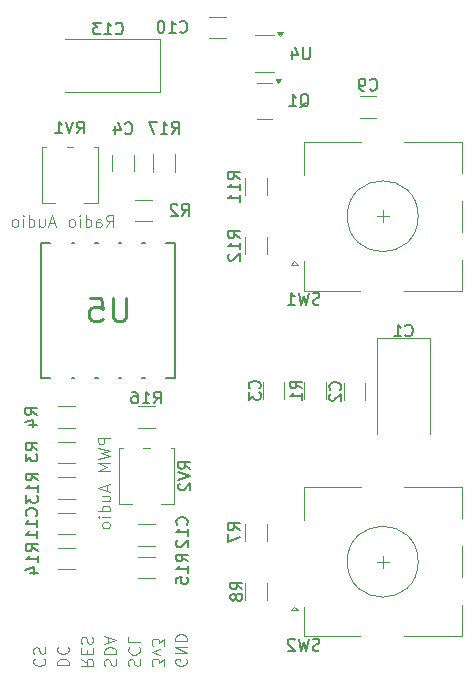
<source format=gbr>
%TF.GenerationSoftware,KiCad,Pcbnew,9.0.2*%
%TF.CreationDate,2025-06-25T13:02:05-07:00*%
%TF.ProjectId,Main,4d61696e-2e6b-4696-9361-645f70636258,rev?*%
%TF.SameCoordinates,Original*%
%TF.FileFunction,Legend,Bot*%
%TF.FilePolarity,Positive*%
%FSLAX46Y46*%
G04 Gerber Fmt 4.6, Leading zero omitted, Abs format (unit mm)*
G04 Created by KiCad (PCBNEW 9.0.2) date 2025-06-25 13:02:05*
%MOMM*%
%LPD*%
G01*
G04 APERTURE LIST*
%ADD10C,0.100000*%
%ADD11C,0.150000*%
%ADD12C,0.250000*%
%ADD13C,0.120000*%
G04 APERTURE END LIST*
D10*
X132349687Y-86397419D02*
X132683020Y-85921228D01*
X132921115Y-86397419D02*
X132921115Y-85397419D01*
X132921115Y-85397419D02*
X132540163Y-85397419D01*
X132540163Y-85397419D02*
X132444925Y-85445038D01*
X132444925Y-85445038D02*
X132397306Y-85492657D01*
X132397306Y-85492657D02*
X132349687Y-85587895D01*
X132349687Y-85587895D02*
X132349687Y-85730752D01*
X132349687Y-85730752D02*
X132397306Y-85825990D01*
X132397306Y-85825990D02*
X132444925Y-85873609D01*
X132444925Y-85873609D02*
X132540163Y-85921228D01*
X132540163Y-85921228D02*
X132921115Y-85921228D01*
X131492544Y-86397419D02*
X131492544Y-85873609D01*
X131492544Y-85873609D02*
X131540163Y-85778371D01*
X131540163Y-85778371D02*
X131635401Y-85730752D01*
X131635401Y-85730752D02*
X131825877Y-85730752D01*
X131825877Y-85730752D02*
X131921115Y-85778371D01*
X131492544Y-86349800D02*
X131587782Y-86397419D01*
X131587782Y-86397419D02*
X131825877Y-86397419D01*
X131825877Y-86397419D02*
X131921115Y-86349800D01*
X131921115Y-86349800D02*
X131968734Y-86254561D01*
X131968734Y-86254561D02*
X131968734Y-86159323D01*
X131968734Y-86159323D02*
X131921115Y-86064085D01*
X131921115Y-86064085D02*
X131825877Y-86016466D01*
X131825877Y-86016466D02*
X131587782Y-86016466D01*
X131587782Y-86016466D02*
X131492544Y-85968847D01*
X130587782Y-86397419D02*
X130587782Y-85397419D01*
X130587782Y-86349800D02*
X130683020Y-86397419D01*
X130683020Y-86397419D02*
X130873496Y-86397419D01*
X130873496Y-86397419D02*
X130968734Y-86349800D01*
X130968734Y-86349800D02*
X131016353Y-86302180D01*
X131016353Y-86302180D02*
X131063972Y-86206942D01*
X131063972Y-86206942D02*
X131063972Y-85921228D01*
X131063972Y-85921228D02*
X131016353Y-85825990D01*
X131016353Y-85825990D02*
X130968734Y-85778371D01*
X130968734Y-85778371D02*
X130873496Y-85730752D01*
X130873496Y-85730752D02*
X130683020Y-85730752D01*
X130683020Y-85730752D02*
X130587782Y-85778371D01*
X130111591Y-86397419D02*
X130111591Y-85730752D01*
X130111591Y-85397419D02*
X130159210Y-85445038D01*
X130159210Y-85445038D02*
X130111591Y-85492657D01*
X130111591Y-85492657D02*
X130063972Y-85445038D01*
X130063972Y-85445038D02*
X130111591Y-85397419D01*
X130111591Y-85397419D02*
X130111591Y-85492657D01*
X129492544Y-86397419D02*
X129587782Y-86349800D01*
X129587782Y-86349800D02*
X129635401Y-86302180D01*
X129635401Y-86302180D02*
X129683020Y-86206942D01*
X129683020Y-86206942D02*
X129683020Y-85921228D01*
X129683020Y-85921228D02*
X129635401Y-85825990D01*
X129635401Y-85825990D02*
X129587782Y-85778371D01*
X129587782Y-85778371D02*
X129492544Y-85730752D01*
X129492544Y-85730752D02*
X129349687Y-85730752D01*
X129349687Y-85730752D02*
X129254449Y-85778371D01*
X129254449Y-85778371D02*
X129206830Y-85825990D01*
X129206830Y-85825990D02*
X129159211Y-85921228D01*
X129159211Y-85921228D02*
X129159211Y-86206942D01*
X129159211Y-86206942D02*
X129206830Y-86302180D01*
X129206830Y-86302180D02*
X129254449Y-86349800D01*
X129254449Y-86349800D02*
X129349687Y-86397419D01*
X129349687Y-86397419D02*
X129492544Y-86397419D01*
X128016353Y-86111704D02*
X127540163Y-86111704D01*
X128111591Y-86397419D02*
X127778258Y-85397419D01*
X127778258Y-85397419D02*
X127444925Y-86397419D01*
X126683020Y-85730752D02*
X126683020Y-86397419D01*
X127111591Y-85730752D02*
X127111591Y-86254561D01*
X127111591Y-86254561D02*
X127063972Y-86349800D01*
X127063972Y-86349800D02*
X126968734Y-86397419D01*
X126968734Y-86397419D02*
X126825877Y-86397419D01*
X126825877Y-86397419D02*
X126730639Y-86349800D01*
X126730639Y-86349800D02*
X126683020Y-86302180D01*
X125778258Y-86397419D02*
X125778258Y-85397419D01*
X125778258Y-86349800D02*
X125873496Y-86397419D01*
X125873496Y-86397419D02*
X126063972Y-86397419D01*
X126063972Y-86397419D02*
X126159210Y-86349800D01*
X126159210Y-86349800D02*
X126206829Y-86302180D01*
X126206829Y-86302180D02*
X126254448Y-86206942D01*
X126254448Y-86206942D02*
X126254448Y-85921228D01*
X126254448Y-85921228D02*
X126206829Y-85825990D01*
X126206829Y-85825990D02*
X126159210Y-85778371D01*
X126159210Y-85778371D02*
X126063972Y-85730752D01*
X126063972Y-85730752D02*
X125873496Y-85730752D01*
X125873496Y-85730752D02*
X125778258Y-85778371D01*
X125302067Y-86397419D02*
X125302067Y-85730752D01*
X125302067Y-85397419D02*
X125349686Y-85445038D01*
X125349686Y-85445038D02*
X125302067Y-85492657D01*
X125302067Y-85492657D02*
X125254448Y-85445038D01*
X125254448Y-85445038D02*
X125302067Y-85397419D01*
X125302067Y-85397419D02*
X125302067Y-85492657D01*
X124683020Y-86397419D02*
X124778258Y-86349800D01*
X124778258Y-86349800D02*
X124825877Y-86302180D01*
X124825877Y-86302180D02*
X124873496Y-86206942D01*
X124873496Y-86206942D02*
X124873496Y-85921228D01*
X124873496Y-85921228D02*
X124825877Y-85825990D01*
X124825877Y-85825990D02*
X124778258Y-85778371D01*
X124778258Y-85778371D02*
X124683020Y-85730752D01*
X124683020Y-85730752D02*
X124540163Y-85730752D01*
X124540163Y-85730752D02*
X124444925Y-85778371D01*
X124444925Y-85778371D02*
X124397306Y-85825990D01*
X124397306Y-85825990D02*
X124349687Y-85921228D01*
X124349687Y-85921228D02*
X124349687Y-86206942D01*
X124349687Y-86206942D02*
X124397306Y-86302180D01*
X124397306Y-86302180D02*
X124444925Y-86349800D01*
X124444925Y-86349800D02*
X124540163Y-86397419D01*
X124540163Y-86397419D02*
X124683020Y-86397419D01*
X132647419Y-104253884D02*
X131647419Y-104253884D01*
X131647419Y-104253884D02*
X131647419Y-104634836D01*
X131647419Y-104634836D02*
X131695038Y-104730074D01*
X131695038Y-104730074D02*
X131742657Y-104777693D01*
X131742657Y-104777693D02*
X131837895Y-104825312D01*
X131837895Y-104825312D02*
X131980752Y-104825312D01*
X131980752Y-104825312D02*
X132075990Y-104777693D01*
X132075990Y-104777693D02*
X132123609Y-104730074D01*
X132123609Y-104730074D02*
X132171228Y-104634836D01*
X132171228Y-104634836D02*
X132171228Y-104253884D01*
X131647419Y-105158646D02*
X132647419Y-105396741D01*
X132647419Y-105396741D02*
X131933133Y-105587217D01*
X131933133Y-105587217D02*
X132647419Y-105777693D01*
X132647419Y-105777693D02*
X131647419Y-106015789D01*
X132647419Y-106396741D02*
X131647419Y-106396741D01*
X131647419Y-106396741D02*
X132361704Y-106730074D01*
X132361704Y-106730074D02*
X131647419Y-107063407D01*
X131647419Y-107063407D02*
X132647419Y-107063407D01*
X132361704Y-108253884D02*
X132361704Y-108730074D01*
X132647419Y-108158646D02*
X131647419Y-108491979D01*
X131647419Y-108491979D02*
X132647419Y-108825312D01*
X131980752Y-109587217D02*
X132647419Y-109587217D01*
X131980752Y-109158646D02*
X132504561Y-109158646D01*
X132504561Y-109158646D02*
X132599800Y-109206265D01*
X132599800Y-109206265D02*
X132647419Y-109301503D01*
X132647419Y-109301503D02*
X132647419Y-109444360D01*
X132647419Y-109444360D02*
X132599800Y-109539598D01*
X132599800Y-109539598D02*
X132552180Y-109587217D01*
X132647419Y-110491979D02*
X131647419Y-110491979D01*
X132599800Y-110491979D02*
X132647419Y-110396741D01*
X132647419Y-110396741D02*
X132647419Y-110206265D01*
X132647419Y-110206265D02*
X132599800Y-110111027D01*
X132599800Y-110111027D02*
X132552180Y-110063408D01*
X132552180Y-110063408D02*
X132456942Y-110015789D01*
X132456942Y-110015789D02*
X132171228Y-110015789D01*
X132171228Y-110015789D02*
X132075990Y-110063408D01*
X132075990Y-110063408D02*
X132028371Y-110111027D01*
X132028371Y-110111027D02*
X131980752Y-110206265D01*
X131980752Y-110206265D02*
X131980752Y-110396741D01*
X131980752Y-110396741D02*
X132028371Y-110491979D01*
X132647419Y-110968170D02*
X131980752Y-110968170D01*
X131647419Y-110968170D02*
X131695038Y-110920551D01*
X131695038Y-110920551D02*
X131742657Y-110968170D01*
X131742657Y-110968170D02*
X131695038Y-111015789D01*
X131695038Y-111015789D02*
X131647419Y-110968170D01*
X131647419Y-110968170D02*
X131742657Y-110968170D01*
X132647419Y-111587217D02*
X132599800Y-111491979D01*
X132599800Y-111491979D02*
X132552180Y-111444360D01*
X132552180Y-111444360D02*
X132456942Y-111396741D01*
X132456942Y-111396741D02*
X132171228Y-111396741D01*
X132171228Y-111396741D02*
X132075990Y-111444360D01*
X132075990Y-111444360D02*
X132028371Y-111491979D01*
X132028371Y-111491979D02*
X131980752Y-111587217D01*
X131980752Y-111587217D02*
X131980752Y-111730074D01*
X131980752Y-111730074D02*
X132028371Y-111825312D01*
X132028371Y-111825312D02*
X132075990Y-111872931D01*
X132075990Y-111872931D02*
X132171228Y-111920550D01*
X132171228Y-111920550D02*
X132456942Y-111920550D01*
X132456942Y-111920550D02*
X132552180Y-111872931D01*
X132552180Y-111872931D02*
X132599800Y-111825312D01*
X132599800Y-111825312D02*
X132647419Y-111730074D01*
X132647419Y-111730074D02*
X132647419Y-111587217D01*
X126272819Y-122949687D02*
X126225200Y-122997306D01*
X126225200Y-122997306D02*
X126177580Y-123140163D01*
X126177580Y-123140163D02*
X126177580Y-123235401D01*
X126177580Y-123235401D02*
X126225200Y-123378258D01*
X126225200Y-123378258D02*
X126320438Y-123473496D01*
X126320438Y-123473496D02*
X126415676Y-123521115D01*
X126415676Y-123521115D02*
X126606152Y-123568734D01*
X126606152Y-123568734D02*
X126749009Y-123568734D01*
X126749009Y-123568734D02*
X126939485Y-123521115D01*
X126939485Y-123521115D02*
X127034723Y-123473496D01*
X127034723Y-123473496D02*
X127129961Y-123378258D01*
X127129961Y-123378258D02*
X127177580Y-123235401D01*
X127177580Y-123235401D02*
X127177580Y-123140163D01*
X127177580Y-123140163D02*
X127129961Y-122997306D01*
X127129961Y-122997306D02*
X127082342Y-122949687D01*
X126225200Y-122568734D02*
X126177580Y-122425877D01*
X126177580Y-122425877D02*
X126177580Y-122187782D01*
X126177580Y-122187782D02*
X126225200Y-122092544D01*
X126225200Y-122092544D02*
X126272819Y-122044925D01*
X126272819Y-122044925D02*
X126368057Y-121997306D01*
X126368057Y-121997306D02*
X126463295Y-121997306D01*
X126463295Y-121997306D02*
X126558533Y-122044925D01*
X126558533Y-122044925D02*
X126606152Y-122092544D01*
X126606152Y-122092544D02*
X126653771Y-122187782D01*
X126653771Y-122187782D02*
X126701390Y-122378258D01*
X126701390Y-122378258D02*
X126749009Y-122473496D01*
X126749009Y-122473496D02*
X126796628Y-122521115D01*
X126796628Y-122521115D02*
X126891866Y-122568734D01*
X126891866Y-122568734D02*
X126987104Y-122568734D01*
X126987104Y-122568734D02*
X127082342Y-122521115D01*
X127082342Y-122521115D02*
X127129961Y-122473496D01*
X127129961Y-122473496D02*
X127177580Y-122378258D01*
X127177580Y-122378258D02*
X127177580Y-122140163D01*
X127177580Y-122140163D02*
X127129961Y-121997306D01*
X128177580Y-123521115D02*
X129177580Y-123521115D01*
X129177580Y-123521115D02*
X129177580Y-123283020D01*
X129177580Y-123283020D02*
X129129961Y-123140163D01*
X129129961Y-123140163D02*
X129034723Y-123044925D01*
X129034723Y-123044925D02*
X128939485Y-122997306D01*
X128939485Y-122997306D02*
X128749009Y-122949687D01*
X128749009Y-122949687D02*
X128606152Y-122949687D01*
X128606152Y-122949687D02*
X128415676Y-122997306D01*
X128415676Y-122997306D02*
X128320438Y-123044925D01*
X128320438Y-123044925D02*
X128225200Y-123140163D01*
X128225200Y-123140163D02*
X128177580Y-123283020D01*
X128177580Y-123283020D02*
X128177580Y-123521115D01*
X128272819Y-121949687D02*
X128225200Y-121997306D01*
X128225200Y-121997306D02*
X128177580Y-122140163D01*
X128177580Y-122140163D02*
X128177580Y-122235401D01*
X128177580Y-122235401D02*
X128225200Y-122378258D01*
X128225200Y-122378258D02*
X128320438Y-122473496D01*
X128320438Y-122473496D02*
X128415676Y-122521115D01*
X128415676Y-122521115D02*
X128606152Y-122568734D01*
X128606152Y-122568734D02*
X128749009Y-122568734D01*
X128749009Y-122568734D02*
X128939485Y-122521115D01*
X128939485Y-122521115D02*
X129034723Y-122473496D01*
X129034723Y-122473496D02*
X129129961Y-122378258D01*
X129129961Y-122378258D02*
X129177580Y-122235401D01*
X129177580Y-122235401D02*
X129177580Y-122140163D01*
X129177580Y-122140163D02*
X129129961Y-121997306D01*
X129129961Y-121997306D02*
X129082342Y-121949687D01*
X130202580Y-122974687D02*
X130678771Y-123308020D01*
X130202580Y-123546115D02*
X131202580Y-123546115D01*
X131202580Y-123546115D02*
X131202580Y-123165163D01*
X131202580Y-123165163D02*
X131154961Y-123069925D01*
X131154961Y-123069925D02*
X131107342Y-123022306D01*
X131107342Y-123022306D02*
X131012104Y-122974687D01*
X131012104Y-122974687D02*
X130869247Y-122974687D01*
X130869247Y-122974687D02*
X130774009Y-123022306D01*
X130774009Y-123022306D02*
X130726390Y-123069925D01*
X130726390Y-123069925D02*
X130678771Y-123165163D01*
X130678771Y-123165163D02*
X130678771Y-123546115D01*
X130726390Y-122546115D02*
X130726390Y-122212782D01*
X130202580Y-122069925D02*
X130202580Y-122546115D01*
X130202580Y-122546115D02*
X131202580Y-122546115D01*
X131202580Y-122546115D02*
X131202580Y-122069925D01*
X130250200Y-121688972D02*
X130202580Y-121546115D01*
X130202580Y-121546115D02*
X130202580Y-121308020D01*
X130202580Y-121308020D02*
X130250200Y-121212782D01*
X130250200Y-121212782D02*
X130297819Y-121165163D01*
X130297819Y-121165163D02*
X130393057Y-121117544D01*
X130393057Y-121117544D02*
X130488295Y-121117544D01*
X130488295Y-121117544D02*
X130583533Y-121165163D01*
X130583533Y-121165163D02*
X130631152Y-121212782D01*
X130631152Y-121212782D02*
X130678771Y-121308020D01*
X130678771Y-121308020D02*
X130726390Y-121498496D01*
X130726390Y-121498496D02*
X130774009Y-121593734D01*
X130774009Y-121593734D02*
X130821628Y-121641353D01*
X130821628Y-121641353D02*
X130916866Y-121688972D01*
X130916866Y-121688972D02*
X131012104Y-121688972D01*
X131012104Y-121688972D02*
X131107342Y-121641353D01*
X131107342Y-121641353D02*
X131154961Y-121593734D01*
X131154961Y-121593734D02*
X131202580Y-121498496D01*
X131202580Y-121498496D02*
X131202580Y-121260401D01*
X131202580Y-121260401D02*
X131154961Y-121117544D01*
X132225200Y-123568734D02*
X132177580Y-123425877D01*
X132177580Y-123425877D02*
X132177580Y-123187782D01*
X132177580Y-123187782D02*
X132225200Y-123092544D01*
X132225200Y-123092544D02*
X132272819Y-123044925D01*
X132272819Y-123044925D02*
X132368057Y-122997306D01*
X132368057Y-122997306D02*
X132463295Y-122997306D01*
X132463295Y-122997306D02*
X132558533Y-123044925D01*
X132558533Y-123044925D02*
X132606152Y-123092544D01*
X132606152Y-123092544D02*
X132653771Y-123187782D01*
X132653771Y-123187782D02*
X132701390Y-123378258D01*
X132701390Y-123378258D02*
X132749009Y-123473496D01*
X132749009Y-123473496D02*
X132796628Y-123521115D01*
X132796628Y-123521115D02*
X132891866Y-123568734D01*
X132891866Y-123568734D02*
X132987104Y-123568734D01*
X132987104Y-123568734D02*
X133082342Y-123521115D01*
X133082342Y-123521115D02*
X133129961Y-123473496D01*
X133129961Y-123473496D02*
X133177580Y-123378258D01*
X133177580Y-123378258D02*
X133177580Y-123140163D01*
X133177580Y-123140163D02*
X133129961Y-122997306D01*
X132177580Y-122568734D02*
X133177580Y-122568734D01*
X133177580Y-122568734D02*
X133177580Y-122330639D01*
X133177580Y-122330639D02*
X133129961Y-122187782D01*
X133129961Y-122187782D02*
X133034723Y-122092544D01*
X133034723Y-122092544D02*
X132939485Y-122044925D01*
X132939485Y-122044925D02*
X132749009Y-121997306D01*
X132749009Y-121997306D02*
X132606152Y-121997306D01*
X132606152Y-121997306D02*
X132415676Y-122044925D01*
X132415676Y-122044925D02*
X132320438Y-122092544D01*
X132320438Y-122092544D02*
X132225200Y-122187782D01*
X132225200Y-122187782D02*
X132177580Y-122330639D01*
X132177580Y-122330639D02*
X132177580Y-122568734D01*
X132463295Y-121616353D02*
X132463295Y-121140163D01*
X132177580Y-121711591D02*
X133177580Y-121378258D01*
X133177580Y-121378258D02*
X132177580Y-121044925D01*
X134250200Y-123568734D02*
X134202580Y-123425877D01*
X134202580Y-123425877D02*
X134202580Y-123187782D01*
X134202580Y-123187782D02*
X134250200Y-123092544D01*
X134250200Y-123092544D02*
X134297819Y-123044925D01*
X134297819Y-123044925D02*
X134393057Y-122997306D01*
X134393057Y-122997306D02*
X134488295Y-122997306D01*
X134488295Y-122997306D02*
X134583533Y-123044925D01*
X134583533Y-123044925D02*
X134631152Y-123092544D01*
X134631152Y-123092544D02*
X134678771Y-123187782D01*
X134678771Y-123187782D02*
X134726390Y-123378258D01*
X134726390Y-123378258D02*
X134774009Y-123473496D01*
X134774009Y-123473496D02*
X134821628Y-123521115D01*
X134821628Y-123521115D02*
X134916866Y-123568734D01*
X134916866Y-123568734D02*
X135012104Y-123568734D01*
X135012104Y-123568734D02*
X135107342Y-123521115D01*
X135107342Y-123521115D02*
X135154961Y-123473496D01*
X135154961Y-123473496D02*
X135202580Y-123378258D01*
X135202580Y-123378258D02*
X135202580Y-123140163D01*
X135202580Y-123140163D02*
X135154961Y-122997306D01*
X134297819Y-121997306D02*
X134250200Y-122044925D01*
X134250200Y-122044925D02*
X134202580Y-122187782D01*
X134202580Y-122187782D02*
X134202580Y-122283020D01*
X134202580Y-122283020D02*
X134250200Y-122425877D01*
X134250200Y-122425877D02*
X134345438Y-122521115D01*
X134345438Y-122521115D02*
X134440676Y-122568734D01*
X134440676Y-122568734D02*
X134631152Y-122616353D01*
X134631152Y-122616353D02*
X134774009Y-122616353D01*
X134774009Y-122616353D02*
X134964485Y-122568734D01*
X134964485Y-122568734D02*
X135059723Y-122521115D01*
X135059723Y-122521115D02*
X135154961Y-122425877D01*
X135154961Y-122425877D02*
X135202580Y-122283020D01*
X135202580Y-122283020D02*
X135202580Y-122187782D01*
X135202580Y-122187782D02*
X135154961Y-122044925D01*
X135154961Y-122044925D02*
X135107342Y-121997306D01*
X134202580Y-121092544D02*
X134202580Y-121568734D01*
X134202580Y-121568734D02*
X135202580Y-121568734D01*
X137202580Y-123591353D02*
X137202580Y-122972306D01*
X137202580Y-122972306D02*
X136821628Y-123305639D01*
X136821628Y-123305639D02*
X136821628Y-123162782D01*
X136821628Y-123162782D02*
X136774009Y-123067544D01*
X136774009Y-123067544D02*
X136726390Y-123019925D01*
X136726390Y-123019925D02*
X136631152Y-122972306D01*
X136631152Y-122972306D02*
X136393057Y-122972306D01*
X136393057Y-122972306D02*
X136297819Y-123019925D01*
X136297819Y-123019925D02*
X136250200Y-123067544D01*
X136250200Y-123067544D02*
X136202580Y-123162782D01*
X136202580Y-123162782D02*
X136202580Y-123448496D01*
X136202580Y-123448496D02*
X136250200Y-123543734D01*
X136250200Y-123543734D02*
X136297819Y-123591353D01*
X136869247Y-122638972D02*
X136202580Y-122400877D01*
X136202580Y-122400877D02*
X136869247Y-122162782D01*
X137202580Y-121877067D02*
X137202580Y-121258020D01*
X137202580Y-121258020D02*
X136821628Y-121591353D01*
X136821628Y-121591353D02*
X136821628Y-121448496D01*
X136821628Y-121448496D02*
X136774009Y-121353258D01*
X136774009Y-121353258D02*
X136726390Y-121305639D01*
X136726390Y-121305639D02*
X136631152Y-121258020D01*
X136631152Y-121258020D02*
X136393057Y-121258020D01*
X136393057Y-121258020D02*
X136297819Y-121305639D01*
X136297819Y-121305639D02*
X136250200Y-121353258D01*
X136250200Y-121353258D02*
X136202580Y-121448496D01*
X136202580Y-121448496D02*
X136202580Y-121734210D01*
X136202580Y-121734210D02*
X136250200Y-121829448D01*
X136250200Y-121829448D02*
X136297819Y-121877067D01*
X139129961Y-122997306D02*
X139177580Y-123092544D01*
X139177580Y-123092544D02*
X139177580Y-123235401D01*
X139177580Y-123235401D02*
X139129961Y-123378258D01*
X139129961Y-123378258D02*
X139034723Y-123473496D01*
X139034723Y-123473496D02*
X138939485Y-123521115D01*
X138939485Y-123521115D02*
X138749009Y-123568734D01*
X138749009Y-123568734D02*
X138606152Y-123568734D01*
X138606152Y-123568734D02*
X138415676Y-123521115D01*
X138415676Y-123521115D02*
X138320438Y-123473496D01*
X138320438Y-123473496D02*
X138225200Y-123378258D01*
X138225200Y-123378258D02*
X138177580Y-123235401D01*
X138177580Y-123235401D02*
X138177580Y-123140163D01*
X138177580Y-123140163D02*
X138225200Y-122997306D01*
X138225200Y-122997306D02*
X138272819Y-122949687D01*
X138272819Y-122949687D02*
X138606152Y-122949687D01*
X138606152Y-122949687D02*
X138606152Y-123140163D01*
X138177580Y-122521115D02*
X139177580Y-122521115D01*
X139177580Y-122521115D02*
X138177580Y-121949687D01*
X138177580Y-121949687D02*
X139177580Y-121949687D01*
X138177580Y-121473496D02*
X139177580Y-121473496D01*
X139177580Y-121473496D02*
X139177580Y-121235401D01*
X139177580Y-121235401D02*
X139129961Y-121092544D01*
X139129961Y-121092544D02*
X139034723Y-120997306D01*
X139034723Y-120997306D02*
X138939485Y-120949687D01*
X138939485Y-120949687D02*
X138749009Y-120902068D01*
X138749009Y-120902068D02*
X138606152Y-120902068D01*
X138606152Y-120902068D02*
X138415676Y-120949687D01*
X138415676Y-120949687D02*
X138320438Y-120997306D01*
X138320438Y-120997306D02*
X138225200Y-121092544D01*
X138225200Y-121092544D02*
X138177580Y-121235401D01*
X138177580Y-121235401D02*
X138177580Y-121473496D01*
D11*
X126479819Y-102333333D02*
X126003628Y-102000000D01*
X126479819Y-101761905D02*
X125479819Y-101761905D01*
X125479819Y-101761905D02*
X125479819Y-102142857D01*
X125479819Y-102142857D02*
X125527438Y-102238095D01*
X125527438Y-102238095D02*
X125575057Y-102285714D01*
X125575057Y-102285714D02*
X125670295Y-102333333D01*
X125670295Y-102333333D02*
X125813152Y-102333333D01*
X125813152Y-102333333D02*
X125908390Y-102285714D01*
X125908390Y-102285714D02*
X125956009Y-102238095D01*
X125956009Y-102238095D02*
X126003628Y-102142857D01*
X126003628Y-102142857D02*
X126003628Y-101761905D01*
X125813152Y-103190476D02*
X126479819Y-103190476D01*
X125432200Y-102952381D02*
X126146485Y-102714286D01*
X126146485Y-102714286D02*
X126146485Y-103333333D01*
D12*
X134023809Y-92412238D02*
X134023809Y-94031285D01*
X134023809Y-94031285D02*
X133928571Y-94221761D01*
X133928571Y-94221761D02*
X133833333Y-94317000D01*
X133833333Y-94317000D02*
X133642857Y-94412238D01*
X133642857Y-94412238D02*
X133261904Y-94412238D01*
X133261904Y-94412238D02*
X133071428Y-94317000D01*
X133071428Y-94317000D02*
X132976190Y-94221761D01*
X132976190Y-94221761D02*
X132880952Y-94031285D01*
X132880952Y-94031285D02*
X132880952Y-92412238D01*
X130976190Y-92412238D02*
X131928571Y-92412238D01*
X131928571Y-92412238D02*
X132023809Y-93364619D01*
X132023809Y-93364619D02*
X131928571Y-93269380D01*
X131928571Y-93269380D02*
X131738095Y-93174142D01*
X131738095Y-93174142D02*
X131261904Y-93174142D01*
X131261904Y-93174142D02*
X131071428Y-93269380D01*
X131071428Y-93269380D02*
X130976190Y-93364619D01*
X130976190Y-93364619D02*
X130880952Y-93555095D01*
X130880952Y-93555095D02*
X130880952Y-94031285D01*
X130880952Y-94031285D02*
X130976190Y-94221761D01*
X130976190Y-94221761D02*
X131071428Y-94317000D01*
X131071428Y-94317000D02*
X131261904Y-94412238D01*
X131261904Y-94412238D02*
X131738095Y-94412238D01*
X131738095Y-94412238D02*
X131928571Y-94317000D01*
X131928571Y-94317000D02*
X132023809Y-94221761D01*
D11*
X143624819Y-82357142D02*
X143148628Y-82023809D01*
X143624819Y-81785714D02*
X142624819Y-81785714D01*
X142624819Y-81785714D02*
X142624819Y-82166666D01*
X142624819Y-82166666D02*
X142672438Y-82261904D01*
X142672438Y-82261904D02*
X142720057Y-82309523D01*
X142720057Y-82309523D02*
X142815295Y-82357142D01*
X142815295Y-82357142D02*
X142958152Y-82357142D01*
X142958152Y-82357142D02*
X143053390Y-82309523D01*
X143053390Y-82309523D02*
X143101009Y-82261904D01*
X143101009Y-82261904D02*
X143148628Y-82166666D01*
X143148628Y-82166666D02*
X143148628Y-81785714D01*
X143624819Y-83309523D02*
X143624819Y-82738095D01*
X143624819Y-83023809D02*
X142624819Y-83023809D01*
X142624819Y-83023809D02*
X142767676Y-82928571D01*
X142767676Y-82928571D02*
X142862914Y-82833333D01*
X142862914Y-82833333D02*
X142910533Y-82738095D01*
X143624819Y-84261904D02*
X143624819Y-83690476D01*
X143624819Y-83976190D02*
X142624819Y-83976190D01*
X142624819Y-83976190D02*
X142767676Y-83880952D01*
X142767676Y-83880952D02*
X142862914Y-83785714D01*
X142862914Y-83785714D02*
X142910533Y-83690476D01*
X126504819Y-105308333D02*
X126028628Y-104975000D01*
X126504819Y-104736905D02*
X125504819Y-104736905D01*
X125504819Y-104736905D02*
X125504819Y-105117857D01*
X125504819Y-105117857D02*
X125552438Y-105213095D01*
X125552438Y-105213095D02*
X125600057Y-105260714D01*
X125600057Y-105260714D02*
X125695295Y-105308333D01*
X125695295Y-105308333D02*
X125838152Y-105308333D01*
X125838152Y-105308333D02*
X125933390Y-105260714D01*
X125933390Y-105260714D02*
X125981009Y-105213095D01*
X125981009Y-105213095D02*
X126028628Y-105117857D01*
X126028628Y-105117857D02*
X126028628Y-104736905D01*
X125504819Y-105641667D02*
X125504819Y-106260714D01*
X125504819Y-106260714D02*
X125885771Y-105927381D01*
X125885771Y-105927381D02*
X125885771Y-106070238D01*
X125885771Y-106070238D02*
X125933390Y-106165476D01*
X125933390Y-106165476D02*
X125981009Y-106213095D01*
X125981009Y-106213095D02*
X126076247Y-106260714D01*
X126076247Y-106260714D02*
X126314342Y-106260714D01*
X126314342Y-106260714D02*
X126409580Y-106213095D01*
X126409580Y-106213095D02*
X126457200Y-106165476D01*
X126457200Y-106165476D02*
X126504819Y-106070238D01*
X126504819Y-106070238D02*
X126504819Y-105784524D01*
X126504819Y-105784524D02*
X126457200Y-105689286D01*
X126457200Y-105689286D02*
X126409580Y-105641667D01*
X150383332Y-122232200D02*
X150240475Y-122279819D01*
X150240475Y-122279819D02*
X150002380Y-122279819D01*
X150002380Y-122279819D02*
X149907142Y-122232200D01*
X149907142Y-122232200D02*
X149859523Y-122184580D01*
X149859523Y-122184580D02*
X149811904Y-122089342D01*
X149811904Y-122089342D02*
X149811904Y-121994104D01*
X149811904Y-121994104D02*
X149859523Y-121898866D01*
X149859523Y-121898866D02*
X149907142Y-121851247D01*
X149907142Y-121851247D02*
X150002380Y-121803628D01*
X150002380Y-121803628D02*
X150192856Y-121756009D01*
X150192856Y-121756009D02*
X150288094Y-121708390D01*
X150288094Y-121708390D02*
X150335713Y-121660771D01*
X150335713Y-121660771D02*
X150383332Y-121565533D01*
X150383332Y-121565533D02*
X150383332Y-121470295D01*
X150383332Y-121470295D02*
X150335713Y-121375057D01*
X150335713Y-121375057D02*
X150288094Y-121327438D01*
X150288094Y-121327438D02*
X150192856Y-121279819D01*
X150192856Y-121279819D02*
X149954761Y-121279819D01*
X149954761Y-121279819D02*
X149811904Y-121327438D01*
X149478570Y-121279819D02*
X149240475Y-122279819D01*
X149240475Y-122279819D02*
X149049999Y-121565533D01*
X149049999Y-121565533D02*
X148859523Y-122279819D01*
X148859523Y-122279819D02*
X148621428Y-121279819D01*
X148288094Y-121375057D02*
X148240475Y-121327438D01*
X148240475Y-121327438D02*
X148145237Y-121279819D01*
X148145237Y-121279819D02*
X147907142Y-121279819D01*
X147907142Y-121279819D02*
X147811904Y-121327438D01*
X147811904Y-121327438D02*
X147764285Y-121375057D01*
X147764285Y-121375057D02*
X147716666Y-121470295D01*
X147716666Y-121470295D02*
X147716666Y-121565533D01*
X147716666Y-121565533D02*
X147764285Y-121708390D01*
X147764285Y-121708390D02*
X148335713Y-122279819D01*
X148335713Y-122279819D02*
X147716666Y-122279819D01*
X138592857Y-69859580D02*
X138640476Y-69907200D01*
X138640476Y-69907200D02*
X138783333Y-69954819D01*
X138783333Y-69954819D02*
X138878571Y-69954819D01*
X138878571Y-69954819D02*
X139021428Y-69907200D01*
X139021428Y-69907200D02*
X139116666Y-69811961D01*
X139116666Y-69811961D02*
X139164285Y-69716723D01*
X139164285Y-69716723D02*
X139211904Y-69526247D01*
X139211904Y-69526247D02*
X139211904Y-69383390D01*
X139211904Y-69383390D02*
X139164285Y-69192914D01*
X139164285Y-69192914D02*
X139116666Y-69097676D01*
X139116666Y-69097676D02*
X139021428Y-69002438D01*
X139021428Y-69002438D02*
X138878571Y-68954819D01*
X138878571Y-68954819D02*
X138783333Y-68954819D01*
X138783333Y-68954819D02*
X138640476Y-69002438D01*
X138640476Y-69002438D02*
X138592857Y-69050057D01*
X137640476Y-69954819D02*
X138211904Y-69954819D01*
X137926190Y-69954819D02*
X137926190Y-68954819D01*
X137926190Y-68954819D02*
X138021428Y-69097676D01*
X138021428Y-69097676D02*
X138116666Y-69192914D01*
X138116666Y-69192914D02*
X138211904Y-69240533D01*
X137021428Y-68954819D02*
X136926190Y-68954819D01*
X136926190Y-68954819D02*
X136830952Y-69002438D01*
X136830952Y-69002438D02*
X136783333Y-69050057D01*
X136783333Y-69050057D02*
X136735714Y-69145295D01*
X136735714Y-69145295D02*
X136688095Y-69335771D01*
X136688095Y-69335771D02*
X136688095Y-69573866D01*
X136688095Y-69573866D02*
X136735714Y-69764342D01*
X136735714Y-69764342D02*
X136783333Y-69859580D01*
X136783333Y-69859580D02*
X136830952Y-69907200D01*
X136830952Y-69907200D02*
X136926190Y-69954819D01*
X136926190Y-69954819D02*
X137021428Y-69954819D01*
X137021428Y-69954819D02*
X137116666Y-69907200D01*
X137116666Y-69907200D02*
X137164285Y-69859580D01*
X137164285Y-69859580D02*
X137211904Y-69764342D01*
X137211904Y-69764342D02*
X137259523Y-69573866D01*
X137259523Y-69573866D02*
X137259523Y-69335771D01*
X137259523Y-69335771D02*
X137211904Y-69145295D01*
X137211904Y-69145295D02*
X137164285Y-69050057D01*
X137164285Y-69050057D02*
X137116666Y-69002438D01*
X137116666Y-69002438D02*
X137021428Y-68954819D01*
X148745238Y-76275057D02*
X148840476Y-76227438D01*
X148840476Y-76227438D02*
X148935714Y-76132200D01*
X148935714Y-76132200D02*
X149078571Y-75989342D01*
X149078571Y-75989342D02*
X149173809Y-75941723D01*
X149173809Y-75941723D02*
X149269047Y-75941723D01*
X149221428Y-76179819D02*
X149316666Y-76132200D01*
X149316666Y-76132200D02*
X149411904Y-76036961D01*
X149411904Y-76036961D02*
X149459523Y-75846485D01*
X149459523Y-75846485D02*
X149459523Y-75513152D01*
X149459523Y-75513152D02*
X149411904Y-75322676D01*
X149411904Y-75322676D02*
X149316666Y-75227438D01*
X149316666Y-75227438D02*
X149221428Y-75179819D01*
X149221428Y-75179819D02*
X149030952Y-75179819D01*
X149030952Y-75179819D02*
X148935714Y-75227438D01*
X148935714Y-75227438D02*
X148840476Y-75322676D01*
X148840476Y-75322676D02*
X148792857Y-75513152D01*
X148792857Y-75513152D02*
X148792857Y-75846485D01*
X148792857Y-75846485D02*
X148840476Y-76036961D01*
X148840476Y-76036961D02*
X148935714Y-76132200D01*
X148935714Y-76132200D02*
X149030952Y-76179819D01*
X149030952Y-76179819D02*
X149221428Y-76179819D01*
X147840476Y-76179819D02*
X148411904Y-76179819D01*
X148126190Y-76179819D02*
X148126190Y-75179819D01*
X148126190Y-75179819D02*
X148221428Y-75322676D01*
X148221428Y-75322676D02*
X148316666Y-75417914D01*
X148316666Y-75417914D02*
X148411904Y-75465533D01*
X143654819Y-87357142D02*
X143178628Y-87023809D01*
X143654819Y-86785714D02*
X142654819Y-86785714D01*
X142654819Y-86785714D02*
X142654819Y-87166666D01*
X142654819Y-87166666D02*
X142702438Y-87261904D01*
X142702438Y-87261904D02*
X142750057Y-87309523D01*
X142750057Y-87309523D02*
X142845295Y-87357142D01*
X142845295Y-87357142D02*
X142988152Y-87357142D01*
X142988152Y-87357142D02*
X143083390Y-87309523D01*
X143083390Y-87309523D02*
X143131009Y-87261904D01*
X143131009Y-87261904D02*
X143178628Y-87166666D01*
X143178628Y-87166666D02*
X143178628Y-86785714D01*
X143654819Y-88309523D02*
X143654819Y-87738095D01*
X143654819Y-88023809D02*
X142654819Y-88023809D01*
X142654819Y-88023809D02*
X142797676Y-87928571D01*
X142797676Y-87928571D02*
X142892914Y-87833333D01*
X142892914Y-87833333D02*
X142940533Y-87738095D01*
X142750057Y-88690476D02*
X142702438Y-88738095D01*
X142702438Y-88738095D02*
X142654819Y-88833333D01*
X142654819Y-88833333D02*
X142654819Y-89071428D01*
X142654819Y-89071428D02*
X142702438Y-89166666D01*
X142702438Y-89166666D02*
X142750057Y-89214285D01*
X142750057Y-89214285D02*
X142845295Y-89261904D01*
X142845295Y-89261904D02*
X142940533Y-89261904D01*
X142940533Y-89261904D02*
X143083390Y-89214285D01*
X143083390Y-89214285D02*
X143654819Y-88642857D01*
X143654819Y-88642857D02*
X143654819Y-89261904D01*
X139254819Y-114732142D02*
X138778628Y-114398809D01*
X139254819Y-114160714D02*
X138254819Y-114160714D01*
X138254819Y-114160714D02*
X138254819Y-114541666D01*
X138254819Y-114541666D02*
X138302438Y-114636904D01*
X138302438Y-114636904D02*
X138350057Y-114684523D01*
X138350057Y-114684523D02*
X138445295Y-114732142D01*
X138445295Y-114732142D02*
X138588152Y-114732142D01*
X138588152Y-114732142D02*
X138683390Y-114684523D01*
X138683390Y-114684523D02*
X138731009Y-114636904D01*
X138731009Y-114636904D02*
X138778628Y-114541666D01*
X138778628Y-114541666D02*
X138778628Y-114160714D01*
X139254819Y-115684523D02*
X139254819Y-115113095D01*
X139254819Y-115398809D02*
X138254819Y-115398809D01*
X138254819Y-115398809D02*
X138397676Y-115303571D01*
X138397676Y-115303571D02*
X138492914Y-115208333D01*
X138492914Y-115208333D02*
X138540533Y-115113095D01*
X138254819Y-116589285D02*
X138254819Y-116113095D01*
X138254819Y-116113095D02*
X138731009Y-116065476D01*
X138731009Y-116065476D02*
X138683390Y-116113095D01*
X138683390Y-116113095D02*
X138635771Y-116208333D01*
X138635771Y-116208333D02*
X138635771Y-116446428D01*
X138635771Y-116446428D02*
X138683390Y-116541666D01*
X138683390Y-116541666D02*
X138731009Y-116589285D01*
X138731009Y-116589285D02*
X138826247Y-116636904D01*
X138826247Y-116636904D02*
X139064342Y-116636904D01*
X139064342Y-116636904D02*
X139159580Y-116589285D01*
X139159580Y-116589285D02*
X139207200Y-116541666D01*
X139207200Y-116541666D02*
X139254819Y-116446428D01*
X139254819Y-116446428D02*
X139254819Y-116208333D01*
X139254819Y-116208333D02*
X139207200Y-116113095D01*
X139207200Y-116113095D02*
X139159580Y-116065476D01*
X143624819Y-112083333D02*
X143148628Y-111750000D01*
X143624819Y-111511905D02*
X142624819Y-111511905D01*
X142624819Y-111511905D02*
X142624819Y-111892857D01*
X142624819Y-111892857D02*
X142672438Y-111988095D01*
X142672438Y-111988095D02*
X142720057Y-112035714D01*
X142720057Y-112035714D02*
X142815295Y-112083333D01*
X142815295Y-112083333D02*
X142958152Y-112083333D01*
X142958152Y-112083333D02*
X143053390Y-112035714D01*
X143053390Y-112035714D02*
X143101009Y-111988095D01*
X143101009Y-111988095D02*
X143148628Y-111892857D01*
X143148628Y-111892857D02*
X143148628Y-111511905D01*
X142624819Y-112416667D02*
X142624819Y-113083333D01*
X142624819Y-113083333D02*
X143624819Y-112654762D01*
X157666666Y-95584580D02*
X157714285Y-95632200D01*
X157714285Y-95632200D02*
X157857142Y-95679819D01*
X157857142Y-95679819D02*
X157952380Y-95679819D01*
X157952380Y-95679819D02*
X158095237Y-95632200D01*
X158095237Y-95632200D02*
X158190475Y-95536961D01*
X158190475Y-95536961D02*
X158238094Y-95441723D01*
X158238094Y-95441723D02*
X158285713Y-95251247D01*
X158285713Y-95251247D02*
X158285713Y-95108390D01*
X158285713Y-95108390D02*
X158238094Y-94917914D01*
X158238094Y-94917914D02*
X158190475Y-94822676D01*
X158190475Y-94822676D02*
X158095237Y-94727438D01*
X158095237Y-94727438D02*
X157952380Y-94679819D01*
X157952380Y-94679819D02*
X157857142Y-94679819D01*
X157857142Y-94679819D02*
X157714285Y-94727438D01*
X157714285Y-94727438D02*
X157666666Y-94775057D01*
X156714285Y-95679819D02*
X157285713Y-95679819D01*
X156999999Y-95679819D02*
X156999999Y-94679819D01*
X156999999Y-94679819D02*
X157095237Y-94822676D01*
X157095237Y-94822676D02*
X157190475Y-94917914D01*
X157190475Y-94917914D02*
X157285713Y-94965533D01*
X139454819Y-106904761D02*
X138978628Y-106571428D01*
X139454819Y-106333333D02*
X138454819Y-106333333D01*
X138454819Y-106333333D02*
X138454819Y-106714285D01*
X138454819Y-106714285D02*
X138502438Y-106809523D01*
X138502438Y-106809523D02*
X138550057Y-106857142D01*
X138550057Y-106857142D02*
X138645295Y-106904761D01*
X138645295Y-106904761D02*
X138788152Y-106904761D01*
X138788152Y-106904761D02*
X138883390Y-106857142D01*
X138883390Y-106857142D02*
X138931009Y-106809523D01*
X138931009Y-106809523D02*
X138978628Y-106714285D01*
X138978628Y-106714285D02*
X138978628Y-106333333D01*
X138454819Y-107190476D02*
X139454819Y-107523809D01*
X139454819Y-107523809D02*
X138454819Y-107857142D01*
X138550057Y-108142857D02*
X138502438Y-108190476D01*
X138502438Y-108190476D02*
X138454819Y-108285714D01*
X138454819Y-108285714D02*
X138454819Y-108523809D01*
X138454819Y-108523809D02*
X138502438Y-108619047D01*
X138502438Y-108619047D02*
X138550057Y-108666666D01*
X138550057Y-108666666D02*
X138645295Y-108714285D01*
X138645295Y-108714285D02*
X138740533Y-108714285D01*
X138740533Y-108714285D02*
X138883390Y-108666666D01*
X138883390Y-108666666D02*
X139454819Y-108095238D01*
X139454819Y-108095238D02*
X139454819Y-108714285D01*
X150383332Y-92932200D02*
X150240475Y-92979819D01*
X150240475Y-92979819D02*
X150002380Y-92979819D01*
X150002380Y-92979819D02*
X149907142Y-92932200D01*
X149907142Y-92932200D02*
X149859523Y-92884580D01*
X149859523Y-92884580D02*
X149811904Y-92789342D01*
X149811904Y-92789342D02*
X149811904Y-92694104D01*
X149811904Y-92694104D02*
X149859523Y-92598866D01*
X149859523Y-92598866D02*
X149907142Y-92551247D01*
X149907142Y-92551247D02*
X150002380Y-92503628D01*
X150002380Y-92503628D02*
X150192856Y-92456009D01*
X150192856Y-92456009D02*
X150288094Y-92408390D01*
X150288094Y-92408390D02*
X150335713Y-92360771D01*
X150335713Y-92360771D02*
X150383332Y-92265533D01*
X150383332Y-92265533D02*
X150383332Y-92170295D01*
X150383332Y-92170295D02*
X150335713Y-92075057D01*
X150335713Y-92075057D02*
X150288094Y-92027438D01*
X150288094Y-92027438D02*
X150192856Y-91979819D01*
X150192856Y-91979819D02*
X149954761Y-91979819D01*
X149954761Y-91979819D02*
X149811904Y-92027438D01*
X149478570Y-91979819D02*
X149240475Y-92979819D01*
X149240475Y-92979819D02*
X149049999Y-92265533D01*
X149049999Y-92265533D02*
X148859523Y-92979819D01*
X148859523Y-92979819D02*
X148621428Y-91979819D01*
X147716666Y-92979819D02*
X148288094Y-92979819D01*
X148002380Y-92979819D02*
X148002380Y-91979819D01*
X148002380Y-91979819D02*
X148097618Y-92122676D01*
X148097618Y-92122676D02*
X148192856Y-92217914D01*
X148192856Y-92217914D02*
X148288094Y-92265533D01*
X136367857Y-101354819D02*
X136701190Y-100878628D01*
X136939285Y-101354819D02*
X136939285Y-100354819D01*
X136939285Y-100354819D02*
X136558333Y-100354819D01*
X136558333Y-100354819D02*
X136463095Y-100402438D01*
X136463095Y-100402438D02*
X136415476Y-100450057D01*
X136415476Y-100450057D02*
X136367857Y-100545295D01*
X136367857Y-100545295D02*
X136367857Y-100688152D01*
X136367857Y-100688152D02*
X136415476Y-100783390D01*
X136415476Y-100783390D02*
X136463095Y-100831009D01*
X136463095Y-100831009D02*
X136558333Y-100878628D01*
X136558333Y-100878628D02*
X136939285Y-100878628D01*
X135415476Y-101354819D02*
X135986904Y-101354819D01*
X135701190Y-101354819D02*
X135701190Y-100354819D01*
X135701190Y-100354819D02*
X135796428Y-100497676D01*
X135796428Y-100497676D02*
X135891666Y-100592914D01*
X135891666Y-100592914D02*
X135986904Y-100640533D01*
X134558333Y-100354819D02*
X134748809Y-100354819D01*
X134748809Y-100354819D02*
X134844047Y-100402438D01*
X134844047Y-100402438D02*
X134891666Y-100450057D01*
X134891666Y-100450057D02*
X134986904Y-100592914D01*
X134986904Y-100592914D02*
X135034523Y-100783390D01*
X135034523Y-100783390D02*
X135034523Y-101164342D01*
X135034523Y-101164342D02*
X134986904Y-101259580D01*
X134986904Y-101259580D02*
X134939285Y-101307200D01*
X134939285Y-101307200D02*
X134844047Y-101354819D01*
X134844047Y-101354819D02*
X134653571Y-101354819D01*
X134653571Y-101354819D02*
X134558333Y-101307200D01*
X134558333Y-101307200D02*
X134510714Y-101259580D01*
X134510714Y-101259580D02*
X134463095Y-101164342D01*
X134463095Y-101164342D02*
X134463095Y-100926247D01*
X134463095Y-100926247D02*
X134510714Y-100831009D01*
X134510714Y-100831009D02*
X134558333Y-100783390D01*
X134558333Y-100783390D02*
X134653571Y-100735771D01*
X134653571Y-100735771D02*
X134844047Y-100735771D01*
X134844047Y-100735771D02*
X134939285Y-100783390D01*
X134939285Y-100783390D02*
X134986904Y-100831009D01*
X134986904Y-100831009D02*
X135034523Y-100926247D01*
X137892857Y-78504819D02*
X138226190Y-78028628D01*
X138464285Y-78504819D02*
X138464285Y-77504819D01*
X138464285Y-77504819D02*
X138083333Y-77504819D01*
X138083333Y-77504819D02*
X137988095Y-77552438D01*
X137988095Y-77552438D02*
X137940476Y-77600057D01*
X137940476Y-77600057D02*
X137892857Y-77695295D01*
X137892857Y-77695295D02*
X137892857Y-77838152D01*
X137892857Y-77838152D02*
X137940476Y-77933390D01*
X137940476Y-77933390D02*
X137988095Y-77981009D01*
X137988095Y-77981009D02*
X138083333Y-78028628D01*
X138083333Y-78028628D02*
X138464285Y-78028628D01*
X136940476Y-78504819D02*
X137511904Y-78504819D01*
X137226190Y-78504819D02*
X137226190Y-77504819D01*
X137226190Y-77504819D02*
X137321428Y-77647676D01*
X137321428Y-77647676D02*
X137416666Y-77742914D01*
X137416666Y-77742914D02*
X137511904Y-77790533D01*
X136607142Y-77504819D02*
X135940476Y-77504819D01*
X135940476Y-77504819D02*
X136369047Y-78504819D01*
X145309580Y-100083333D02*
X145357200Y-100035714D01*
X145357200Y-100035714D02*
X145404819Y-99892857D01*
X145404819Y-99892857D02*
X145404819Y-99797619D01*
X145404819Y-99797619D02*
X145357200Y-99654762D01*
X145357200Y-99654762D02*
X145261961Y-99559524D01*
X145261961Y-99559524D02*
X145166723Y-99511905D01*
X145166723Y-99511905D02*
X144976247Y-99464286D01*
X144976247Y-99464286D02*
X144833390Y-99464286D01*
X144833390Y-99464286D02*
X144642914Y-99511905D01*
X144642914Y-99511905D02*
X144547676Y-99559524D01*
X144547676Y-99559524D02*
X144452438Y-99654762D01*
X144452438Y-99654762D02*
X144404819Y-99797619D01*
X144404819Y-99797619D02*
X144404819Y-99892857D01*
X144404819Y-99892857D02*
X144452438Y-100035714D01*
X144452438Y-100035714D02*
X144500057Y-100083333D01*
X144404819Y-100416667D02*
X144404819Y-101035714D01*
X144404819Y-101035714D02*
X144785771Y-100702381D01*
X144785771Y-100702381D02*
X144785771Y-100845238D01*
X144785771Y-100845238D02*
X144833390Y-100940476D01*
X144833390Y-100940476D02*
X144881009Y-100988095D01*
X144881009Y-100988095D02*
X144976247Y-101035714D01*
X144976247Y-101035714D02*
X145214342Y-101035714D01*
X145214342Y-101035714D02*
X145309580Y-100988095D01*
X145309580Y-100988095D02*
X145357200Y-100940476D01*
X145357200Y-100940476D02*
X145404819Y-100845238D01*
X145404819Y-100845238D02*
X145404819Y-100559524D01*
X145404819Y-100559524D02*
X145357200Y-100464286D01*
X145357200Y-100464286D02*
X145309580Y-100416667D01*
X149561904Y-71204819D02*
X149561904Y-72014342D01*
X149561904Y-72014342D02*
X149514285Y-72109580D01*
X149514285Y-72109580D02*
X149466666Y-72157200D01*
X149466666Y-72157200D02*
X149371428Y-72204819D01*
X149371428Y-72204819D02*
X149180952Y-72204819D01*
X149180952Y-72204819D02*
X149085714Y-72157200D01*
X149085714Y-72157200D02*
X149038095Y-72109580D01*
X149038095Y-72109580D02*
X148990476Y-72014342D01*
X148990476Y-72014342D02*
X148990476Y-71204819D01*
X148085714Y-71538152D02*
X148085714Y-72204819D01*
X148323809Y-71157200D02*
X148561904Y-71871485D01*
X148561904Y-71871485D02*
X147942857Y-71871485D01*
X133142857Y-70009580D02*
X133190476Y-70057200D01*
X133190476Y-70057200D02*
X133333333Y-70104819D01*
X133333333Y-70104819D02*
X133428571Y-70104819D01*
X133428571Y-70104819D02*
X133571428Y-70057200D01*
X133571428Y-70057200D02*
X133666666Y-69961961D01*
X133666666Y-69961961D02*
X133714285Y-69866723D01*
X133714285Y-69866723D02*
X133761904Y-69676247D01*
X133761904Y-69676247D02*
X133761904Y-69533390D01*
X133761904Y-69533390D02*
X133714285Y-69342914D01*
X133714285Y-69342914D02*
X133666666Y-69247676D01*
X133666666Y-69247676D02*
X133571428Y-69152438D01*
X133571428Y-69152438D02*
X133428571Y-69104819D01*
X133428571Y-69104819D02*
X133333333Y-69104819D01*
X133333333Y-69104819D02*
X133190476Y-69152438D01*
X133190476Y-69152438D02*
X133142857Y-69200057D01*
X132190476Y-70104819D02*
X132761904Y-70104819D01*
X132476190Y-70104819D02*
X132476190Y-69104819D01*
X132476190Y-69104819D02*
X132571428Y-69247676D01*
X132571428Y-69247676D02*
X132666666Y-69342914D01*
X132666666Y-69342914D02*
X132761904Y-69390533D01*
X131857142Y-69104819D02*
X131238095Y-69104819D01*
X131238095Y-69104819D02*
X131571428Y-69485771D01*
X131571428Y-69485771D02*
X131428571Y-69485771D01*
X131428571Y-69485771D02*
X131333333Y-69533390D01*
X131333333Y-69533390D02*
X131285714Y-69581009D01*
X131285714Y-69581009D02*
X131238095Y-69676247D01*
X131238095Y-69676247D02*
X131238095Y-69914342D01*
X131238095Y-69914342D02*
X131285714Y-70009580D01*
X131285714Y-70009580D02*
X131333333Y-70057200D01*
X131333333Y-70057200D02*
X131428571Y-70104819D01*
X131428571Y-70104819D02*
X131714285Y-70104819D01*
X131714285Y-70104819D02*
X131809523Y-70057200D01*
X131809523Y-70057200D02*
X131857142Y-70009580D01*
X133941666Y-78459580D02*
X133989285Y-78507200D01*
X133989285Y-78507200D02*
X134132142Y-78554819D01*
X134132142Y-78554819D02*
X134227380Y-78554819D01*
X134227380Y-78554819D02*
X134370237Y-78507200D01*
X134370237Y-78507200D02*
X134465475Y-78411961D01*
X134465475Y-78411961D02*
X134513094Y-78316723D01*
X134513094Y-78316723D02*
X134560713Y-78126247D01*
X134560713Y-78126247D02*
X134560713Y-77983390D01*
X134560713Y-77983390D02*
X134513094Y-77792914D01*
X134513094Y-77792914D02*
X134465475Y-77697676D01*
X134465475Y-77697676D02*
X134370237Y-77602438D01*
X134370237Y-77602438D02*
X134227380Y-77554819D01*
X134227380Y-77554819D02*
X134132142Y-77554819D01*
X134132142Y-77554819D02*
X133989285Y-77602438D01*
X133989285Y-77602438D02*
X133941666Y-77650057D01*
X133084523Y-77888152D02*
X133084523Y-78554819D01*
X133322618Y-77507200D02*
X133560713Y-78221485D01*
X133560713Y-78221485D02*
X132941666Y-78221485D01*
X154666666Y-74759580D02*
X154714285Y-74807200D01*
X154714285Y-74807200D02*
X154857142Y-74854819D01*
X154857142Y-74854819D02*
X154952380Y-74854819D01*
X154952380Y-74854819D02*
X155095237Y-74807200D01*
X155095237Y-74807200D02*
X155190475Y-74711961D01*
X155190475Y-74711961D02*
X155238094Y-74616723D01*
X155238094Y-74616723D02*
X155285713Y-74426247D01*
X155285713Y-74426247D02*
X155285713Y-74283390D01*
X155285713Y-74283390D02*
X155238094Y-74092914D01*
X155238094Y-74092914D02*
X155190475Y-73997676D01*
X155190475Y-73997676D02*
X155095237Y-73902438D01*
X155095237Y-73902438D02*
X154952380Y-73854819D01*
X154952380Y-73854819D02*
X154857142Y-73854819D01*
X154857142Y-73854819D02*
X154714285Y-73902438D01*
X154714285Y-73902438D02*
X154666666Y-73950057D01*
X154190475Y-74854819D02*
X153999999Y-74854819D01*
X153999999Y-74854819D02*
X153904761Y-74807200D01*
X153904761Y-74807200D02*
X153857142Y-74759580D01*
X153857142Y-74759580D02*
X153761904Y-74616723D01*
X153761904Y-74616723D02*
X153714285Y-74426247D01*
X153714285Y-74426247D02*
X153714285Y-74045295D01*
X153714285Y-74045295D02*
X153761904Y-73950057D01*
X153761904Y-73950057D02*
X153809523Y-73902438D01*
X153809523Y-73902438D02*
X153904761Y-73854819D01*
X153904761Y-73854819D02*
X154095237Y-73854819D01*
X154095237Y-73854819D02*
X154190475Y-73902438D01*
X154190475Y-73902438D02*
X154238094Y-73950057D01*
X154238094Y-73950057D02*
X154285713Y-74045295D01*
X154285713Y-74045295D02*
X154285713Y-74283390D01*
X154285713Y-74283390D02*
X154238094Y-74378628D01*
X154238094Y-74378628D02*
X154190475Y-74426247D01*
X154190475Y-74426247D02*
X154095237Y-74473866D01*
X154095237Y-74473866D02*
X153904761Y-74473866D01*
X153904761Y-74473866D02*
X153809523Y-74426247D01*
X153809523Y-74426247D02*
X153761904Y-74378628D01*
X153761904Y-74378628D02*
X153714285Y-74283390D01*
X138741666Y-85454819D02*
X139074999Y-84978628D01*
X139313094Y-85454819D02*
X139313094Y-84454819D01*
X139313094Y-84454819D02*
X138932142Y-84454819D01*
X138932142Y-84454819D02*
X138836904Y-84502438D01*
X138836904Y-84502438D02*
X138789285Y-84550057D01*
X138789285Y-84550057D02*
X138741666Y-84645295D01*
X138741666Y-84645295D02*
X138741666Y-84788152D01*
X138741666Y-84788152D02*
X138789285Y-84883390D01*
X138789285Y-84883390D02*
X138836904Y-84931009D01*
X138836904Y-84931009D02*
X138932142Y-84978628D01*
X138932142Y-84978628D02*
X139313094Y-84978628D01*
X138360713Y-84550057D02*
X138313094Y-84502438D01*
X138313094Y-84502438D02*
X138217856Y-84454819D01*
X138217856Y-84454819D02*
X137979761Y-84454819D01*
X137979761Y-84454819D02*
X137884523Y-84502438D01*
X137884523Y-84502438D02*
X137836904Y-84550057D01*
X137836904Y-84550057D02*
X137789285Y-84645295D01*
X137789285Y-84645295D02*
X137789285Y-84740533D01*
X137789285Y-84740533D02*
X137836904Y-84883390D01*
X137836904Y-84883390D02*
X138408332Y-85454819D01*
X138408332Y-85454819D02*
X137789285Y-85454819D01*
X126529819Y-107857142D02*
X126053628Y-107523809D01*
X126529819Y-107285714D02*
X125529819Y-107285714D01*
X125529819Y-107285714D02*
X125529819Y-107666666D01*
X125529819Y-107666666D02*
X125577438Y-107761904D01*
X125577438Y-107761904D02*
X125625057Y-107809523D01*
X125625057Y-107809523D02*
X125720295Y-107857142D01*
X125720295Y-107857142D02*
X125863152Y-107857142D01*
X125863152Y-107857142D02*
X125958390Y-107809523D01*
X125958390Y-107809523D02*
X126006009Y-107761904D01*
X126006009Y-107761904D02*
X126053628Y-107666666D01*
X126053628Y-107666666D02*
X126053628Y-107285714D01*
X126529819Y-108809523D02*
X126529819Y-108238095D01*
X126529819Y-108523809D02*
X125529819Y-108523809D01*
X125529819Y-108523809D02*
X125672676Y-108428571D01*
X125672676Y-108428571D02*
X125767914Y-108333333D01*
X125767914Y-108333333D02*
X125815533Y-108238095D01*
X125529819Y-109142857D02*
X125529819Y-109761904D01*
X125529819Y-109761904D02*
X125910771Y-109428571D01*
X125910771Y-109428571D02*
X125910771Y-109571428D01*
X125910771Y-109571428D02*
X125958390Y-109666666D01*
X125958390Y-109666666D02*
X126006009Y-109714285D01*
X126006009Y-109714285D02*
X126101247Y-109761904D01*
X126101247Y-109761904D02*
X126339342Y-109761904D01*
X126339342Y-109761904D02*
X126434580Y-109714285D01*
X126434580Y-109714285D02*
X126482200Y-109666666D01*
X126482200Y-109666666D02*
X126529819Y-109571428D01*
X126529819Y-109571428D02*
X126529819Y-109285714D01*
X126529819Y-109285714D02*
X126482200Y-109190476D01*
X126482200Y-109190476D02*
X126434580Y-109142857D01*
X148904819Y-100083333D02*
X148428628Y-99750000D01*
X148904819Y-99511905D02*
X147904819Y-99511905D01*
X147904819Y-99511905D02*
X147904819Y-99892857D01*
X147904819Y-99892857D02*
X147952438Y-99988095D01*
X147952438Y-99988095D02*
X148000057Y-100035714D01*
X148000057Y-100035714D02*
X148095295Y-100083333D01*
X148095295Y-100083333D02*
X148238152Y-100083333D01*
X148238152Y-100083333D02*
X148333390Y-100035714D01*
X148333390Y-100035714D02*
X148381009Y-99988095D01*
X148381009Y-99988095D02*
X148428628Y-99892857D01*
X148428628Y-99892857D02*
X148428628Y-99511905D01*
X148904819Y-101035714D02*
X148904819Y-100464286D01*
X148904819Y-100750000D02*
X147904819Y-100750000D01*
X147904819Y-100750000D02*
X148047676Y-100654762D01*
X148047676Y-100654762D02*
X148142914Y-100559524D01*
X148142914Y-100559524D02*
X148190533Y-100464286D01*
X143854819Y-117083333D02*
X143378628Y-116750000D01*
X143854819Y-116511905D02*
X142854819Y-116511905D01*
X142854819Y-116511905D02*
X142854819Y-116892857D01*
X142854819Y-116892857D02*
X142902438Y-116988095D01*
X142902438Y-116988095D02*
X142950057Y-117035714D01*
X142950057Y-117035714D02*
X143045295Y-117083333D01*
X143045295Y-117083333D02*
X143188152Y-117083333D01*
X143188152Y-117083333D02*
X143283390Y-117035714D01*
X143283390Y-117035714D02*
X143331009Y-116988095D01*
X143331009Y-116988095D02*
X143378628Y-116892857D01*
X143378628Y-116892857D02*
X143378628Y-116511905D01*
X143283390Y-117654762D02*
X143235771Y-117559524D01*
X143235771Y-117559524D02*
X143188152Y-117511905D01*
X143188152Y-117511905D02*
X143092914Y-117464286D01*
X143092914Y-117464286D02*
X143045295Y-117464286D01*
X143045295Y-117464286D02*
X142950057Y-117511905D01*
X142950057Y-117511905D02*
X142902438Y-117559524D01*
X142902438Y-117559524D02*
X142854819Y-117654762D01*
X142854819Y-117654762D02*
X142854819Y-117845238D01*
X142854819Y-117845238D02*
X142902438Y-117940476D01*
X142902438Y-117940476D02*
X142950057Y-117988095D01*
X142950057Y-117988095D02*
X143045295Y-118035714D01*
X143045295Y-118035714D02*
X143092914Y-118035714D01*
X143092914Y-118035714D02*
X143188152Y-117988095D01*
X143188152Y-117988095D02*
X143235771Y-117940476D01*
X143235771Y-117940476D02*
X143283390Y-117845238D01*
X143283390Y-117845238D02*
X143283390Y-117654762D01*
X143283390Y-117654762D02*
X143331009Y-117559524D01*
X143331009Y-117559524D02*
X143378628Y-117511905D01*
X143378628Y-117511905D02*
X143473866Y-117464286D01*
X143473866Y-117464286D02*
X143664342Y-117464286D01*
X143664342Y-117464286D02*
X143759580Y-117511905D01*
X143759580Y-117511905D02*
X143807200Y-117559524D01*
X143807200Y-117559524D02*
X143854819Y-117654762D01*
X143854819Y-117654762D02*
X143854819Y-117845238D01*
X143854819Y-117845238D02*
X143807200Y-117940476D01*
X143807200Y-117940476D02*
X143759580Y-117988095D01*
X143759580Y-117988095D02*
X143664342Y-118035714D01*
X143664342Y-118035714D02*
X143473866Y-118035714D01*
X143473866Y-118035714D02*
X143378628Y-117988095D01*
X143378628Y-117988095D02*
X143331009Y-117940476D01*
X143331009Y-117940476D02*
X143283390Y-117845238D01*
X126409580Y-110857142D02*
X126457200Y-110809523D01*
X126457200Y-110809523D02*
X126504819Y-110666666D01*
X126504819Y-110666666D02*
X126504819Y-110571428D01*
X126504819Y-110571428D02*
X126457200Y-110428571D01*
X126457200Y-110428571D02*
X126361961Y-110333333D01*
X126361961Y-110333333D02*
X126266723Y-110285714D01*
X126266723Y-110285714D02*
X126076247Y-110238095D01*
X126076247Y-110238095D02*
X125933390Y-110238095D01*
X125933390Y-110238095D02*
X125742914Y-110285714D01*
X125742914Y-110285714D02*
X125647676Y-110333333D01*
X125647676Y-110333333D02*
X125552438Y-110428571D01*
X125552438Y-110428571D02*
X125504819Y-110571428D01*
X125504819Y-110571428D02*
X125504819Y-110666666D01*
X125504819Y-110666666D02*
X125552438Y-110809523D01*
X125552438Y-110809523D02*
X125600057Y-110857142D01*
X126504819Y-111809523D02*
X126504819Y-111238095D01*
X126504819Y-111523809D02*
X125504819Y-111523809D01*
X125504819Y-111523809D02*
X125647676Y-111428571D01*
X125647676Y-111428571D02*
X125742914Y-111333333D01*
X125742914Y-111333333D02*
X125790533Y-111238095D01*
X126504819Y-112761904D02*
X126504819Y-112190476D01*
X126504819Y-112476190D02*
X125504819Y-112476190D01*
X125504819Y-112476190D02*
X125647676Y-112380952D01*
X125647676Y-112380952D02*
X125742914Y-112285714D01*
X125742914Y-112285714D02*
X125790533Y-112190476D01*
X126529819Y-113857142D02*
X126053628Y-113523809D01*
X126529819Y-113285714D02*
X125529819Y-113285714D01*
X125529819Y-113285714D02*
X125529819Y-113666666D01*
X125529819Y-113666666D02*
X125577438Y-113761904D01*
X125577438Y-113761904D02*
X125625057Y-113809523D01*
X125625057Y-113809523D02*
X125720295Y-113857142D01*
X125720295Y-113857142D02*
X125863152Y-113857142D01*
X125863152Y-113857142D02*
X125958390Y-113809523D01*
X125958390Y-113809523D02*
X126006009Y-113761904D01*
X126006009Y-113761904D02*
X126053628Y-113666666D01*
X126053628Y-113666666D02*
X126053628Y-113285714D01*
X126529819Y-114809523D02*
X126529819Y-114238095D01*
X126529819Y-114523809D02*
X125529819Y-114523809D01*
X125529819Y-114523809D02*
X125672676Y-114428571D01*
X125672676Y-114428571D02*
X125767914Y-114333333D01*
X125767914Y-114333333D02*
X125815533Y-114238095D01*
X125863152Y-115666666D02*
X126529819Y-115666666D01*
X125482200Y-115428571D02*
X126196485Y-115190476D01*
X126196485Y-115190476D02*
X126196485Y-115809523D01*
X152134580Y-100183333D02*
X152182200Y-100135714D01*
X152182200Y-100135714D02*
X152229819Y-99992857D01*
X152229819Y-99992857D02*
X152229819Y-99897619D01*
X152229819Y-99897619D02*
X152182200Y-99754762D01*
X152182200Y-99754762D02*
X152086961Y-99659524D01*
X152086961Y-99659524D02*
X151991723Y-99611905D01*
X151991723Y-99611905D02*
X151801247Y-99564286D01*
X151801247Y-99564286D02*
X151658390Y-99564286D01*
X151658390Y-99564286D02*
X151467914Y-99611905D01*
X151467914Y-99611905D02*
X151372676Y-99659524D01*
X151372676Y-99659524D02*
X151277438Y-99754762D01*
X151277438Y-99754762D02*
X151229819Y-99897619D01*
X151229819Y-99897619D02*
X151229819Y-99992857D01*
X151229819Y-99992857D02*
X151277438Y-100135714D01*
X151277438Y-100135714D02*
X151325057Y-100183333D01*
X151325057Y-100564286D02*
X151277438Y-100611905D01*
X151277438Y-100611905D02*
X151229819Y-100707143D01*
X151229819Y-100707143D02*
X151229819Y-100945238D01*
X151229819Y-100945238D02*
X151277438Y-101040476D01*
X151277438Y-101040476D02*
X151325057Y-101088095D01*
X151325057Y-101088095D02*
X151420295Y-101135714D01*
X151420295Y-101135714D02*
X151515533Y-101135714D01*
X151515533Y-101135714D02*
X151658390Y-101088095D01*
X151658390Y-101088095D02*
X152229819Y-100516667D01*
X152229819Y-100516667D02*
X152229819Y-101135714D01*
X139159580Y-111607142D02*
X139207200Y-111559523D01*
X139207200Y-111559523D02*
X139254819Y-111416666D01*
X139254819Y-111416666D02*
X139254819Y-111321428D01*
X139254819Y-111321428D02*
X139207200Y-111178571D01*
X139207200Y-111178571D02*
X139111961Y-111083333D01*
X139111961Y-111083333D02*
X139016723Y-111035714D01*
X139016723Y-111035714D02*
X138826247Y-110988095D01*
X138826247Y-110988095D02*
X138683390Y-110988095D01*
X138683390Y-110988095D02*
X138492914Y-111035714D01*
X138492914Y-111035714D02*
X138397676Y-111083333D01*
X138397676Y-111083333D02*
X138302438Y-111178571D01*
X138302438Y-111178571D02*
X138254819Y-111321428D01*
X138254819Y-111321428D02*
X138254819Y-111416666D01*
X138254819Y-111416666D02*
X138302438Y-111559523D01*
X138302438Y-111559523D02*
X138350057Y-111607142D01*
X139254819Y-112559523D02*
X139254819Y-111988095D01*
X139254819Y-112273809D02*
X138254819Y-112273809D01*
X138254819Y-112273809D02*
X138397676Y-112178571D01*
X138397676Y-112178571D02*
X138492914Y-112083333D01*
X138492914Y-112083333D02*
X138540533Y-111988095D01*
X138350057Y-112940476D02*
X138302438Y-112988095D01*
X138302438Y-112988095D02*
X138254819Y-113083333D01*
X138254819Y-113083333D02*
X138254819Y-113321428D01*
X138254819Y-113321428D02*
X138302438Y-113416666D01*
X138302438Y-113416666D02*
X138350057Y-113464285D01*
X138350057Y-113464285D02*
X138445295Y-113511904D01*
X138445295Y-113511904D02*
X138540533Y-113511904D01*
X138540533Y-113511904D02*
X138683390Y-113464285D01*
X138683390Y-113464285D02*
X139254819Y-112892857D01*
X139254819Y-112892857D02*
X139254819Y-113511904D01*
X129845238Y-78479819D02*
X130178571Y-78003628D01*
X130416666Y-78479819D02*
X130416666Y-77479819D01*
X130416666Y-77479819D02*
X130035714Y-77479819D01*
X130035714Y-77479819D02*
X129940476Y-77527438D01*
X129940476Y-77527438D02*
X129892857Y-77575057D01*
X129892857Y-77575057D02*
X129845238Y-77670295D01*
X129845238Y-77670295D02*
X129845238Y-77813152D01*
X129845238Y-77813152D02*
X129892857Y-77908390D01*
X129892857Y-77908390D02*
X129940476Y-77956009D01*
X129940476Y-77956009D02*
X130035714Y-78003628D01*
X130035714Y-78003628D02*
X130416666Y-78003628D01*
X129559523Y-77479819D02*
X129226190Y-78479819D01*
X129226190Y-78479819D02*
X128892857Y-77479819D01*
X128035714Y-78479819D02*
X128607142Y-78479819D01*
X128321428Y-78479819D02*
X128321428Y-77479819D01*
X128321428Y-77479819D02*
X128416666Y-77622676D01*
X128416666Y-77622676D02*
X128511904Y-77717914D01*
X128511904Y-77717914D02*
X128607142Y-77765533D01*
D13*
%TO.C,R4*%
X128272936Y-103410000D02*
X129727064Y-103410000D01*
X128272936Y-101590000D02*
X129727064Y-101590000D01*
D11*
%TO.C,U5*%
X126800000Y-99200000D02*
X126800000Y-87800000D01*
X127600000Y-87800000D02*
X126800000Y-87800000D01*
X127600000Y-99200000D02*
X126800000Y-99200000D01*
X129600000Y-87800000D02*
X129400000Y-87800000D01*
X129600000Y-99200000D02*
X129400000Y-99200000D01*
X131600000Y-87800000D02*
X131400000Y-87800000D01*
X131600000Y-99200000D02*
X131400000Y-99200000D01*
X133600000Y-87800000D02*
X133400000Y-87800000D01*
X133600000Y-99200000D02*
X133400000Y-99200000D01*
X135600000Y-87800000D02*
X135400000Y-87800000D01*
X135600000Y-99200000D02*
X135400000Y-99200000D01*
X138200000Y-87800000D02*
X137400000Y-87800000D01*
X138200000Y-99200000D02*
X137400000Y-99200000D01*
X138200000Y-99200000D02*
X138200000Y-87800000D01*
D13*
%TO.C,R11*%
X144090000Y-82272936D02*
X144090000Y-83727064D01*
X145910000Y-82272936D02*
X145910000Y-83727064D01*
%TO.C,R3*%
X129727064Y-104590000D02*
X128272936Y-104590000D01*
X129727064Y-106410000D02*
X128272936Y-106410000D01*
%TO.C,SW2*%
X147950000Y-118850000D02*
X148550000Y-118850000D01*
X148250000Y-118550000D02*
X147950000Y-118850000D01*
X148550000Y-118850000D02*
X148250000Y-118550000D01*
X149050000Y-108450000D02*
X149050000Y-111250000D01*
X149050000Y-121050000D02*
X149050000Y-118550000D01*
X153850000Y-121050000D02*
X149050000Y-121050000D01*
X153950000Y-108450000D02*
X149050000Y-108450000D01*
X155250000Y-114750000D02*
X156250000Y-114750000D01*
X155750000Y-115250000D02*
X155750000Y-114250000D01*
X157550000Y-121050000D02*
X162450000Y-121050000D01*
X162450000Y-108450000D02*
X157550000Y-108450000D01*
X162450000Y-111050000D02*
X162450000Y-108450000D01*
X162450000Y-116050000D02*
X162450000Y-113450000D01*
X162450000Y-121050000D02*
X162450000Y-118450000D01*
X158750000Y-114750000D02*
G75*
G02*
X152750000Y-114750000I-3000000J0D01*
G01*
X152750000Y-114750000D02*
G75*
G02*
X158750000Y-114750000I3000000J0D01*
G01*
%TO.C,C10*%
X142461252Y-68590000D02*
X141038748Y-68590000D01*
X142461252Y-70410000D02*
X141038748Y-70410000D01*
%TO.C,Q1*%
X145750000Y-74190000D02*
X145100000Y-74190000D01*
X145750000Y-74190000D02*
X146400000Y-74190000D01*
X145750000Y-77310000D02*
X145100000Y-77310000D01*
X145750000Y-77310000D02*
X146400000Y-77310000D01*
X146912500Y-74240000D02*
X146672500Y-73910000D01*
X147152500Y-73910000D01*
X146912500Y-74240000D01*
G36*
X146912500Y-74240000D02*
G01*
X146672500Y-73910000D01*
X147152500Y-73910000D01*
X146912500Y-74240000D01*
G37*
%TO.C,R12*%
X144090000Y-88727064D02*
X144090000Y-87272936D01*
X145910000Y-88727064D02*
X145910000Y-87272936D01*
%TO.C,R15*%
X135022936Y-114340000D02*
X136477064Y-114340000D01*
X135022936Y-116160000D02*
X136477064Y-116160000D01*
%TO.C,R7*%
X144090000Y-111522936D02*
X144090000Y-112977064D01*
X145910000Y-111522936D02*
X145910000Y-112977064D01*
%TO.C,C1*%
X155240000Y-95835000D02*
X159760000Y-95835000D01*
X155240000Y-103900000D02*
X155240000Y-95835000D01*
X159760000Y-95835000D02*
X159760000Y-103900000D01*
%TO.C,RV2*%
X133390000Y-105140000D02*
X133390000Y-109860000D01*
X133720000Y-105140000D02*
X133390000Y-105140000D01*
X134520000Y-109860000D02*
X133390000Y-109860000D01*
X136020000Y-105140000D02*
X135480000Y-105140000D01*
X138110000Y-105140000D02*
X137780000Y-105140000D01*
X138110000Y-105140000D02*
X138110000Y-109860000D01*
X138110000Y-109860000D02*
X136980000Y-109860000D01*
%TO.C,SW1*%
X147950000Y-89600000D02*
X148550000Y-89600000D01*
X148250000Y-89300000D02*
X147950000Y-89600000D01*
X148550000Y-89600000D02*
X148250000Y-89300000D01*
X149050000Y-79200000D02*
X149050000Y-82000000D01*
X149050000Y-91800000D02*
X149050000Y-89300000D01*
X153850000Y-91800000D02*
X149050000Y-91800000D01*
X153950000Y-79200000D02*
X149050000Y-79200000D01*
X155250000Y-85500000D02*
X156250000Y-85500000D01*
X155750000Y-86000000D02*
X155750000Y-85000000D01*
X157550000Y-91800000D02*
X162450000Y-91800000D01*
X162450000Y-79200000D02*
X157550000Y-79200000D01*
X162450000Y-81800000D02*
X162450000Y-79200000D01*
X162450000Y-86800000D02*
X162450000Y-84200000D01*
X162450000Y-91800000D02*
X162450000Y-89200000D01*
X158750000Y-85500000D02*
G75*
G02*
X152750000Y-85500000I-3000000J0D01*
G01*
X152750000Y-85500000D02*
G75*
G02*
X158750000Y-85500000I3000000J0D01*
G01*
%TO.C,R16*%
X135022936Y-101590000D02*
X136477064Y-101590000D01*
X135022936Y-103410000D02*
X136477064Y-103410000D01*
%TO.C,R17*%
X136340000Y-81727064D02*
X136340000Y-80272936D01*
X138160000Y-81727064D02*
X138160000Y-80272936D01*
%TO.C,C3*%
X145590000Y-99538748D02*
X145590000Y-100961252D01*
X147410000Y-99538748D02*
X147410000Y-100961252D01*
%TO.C,U4*%
X145750000Y-70190000D02*
X144950000Y-70190000D01*
X145750000Y-70190000D02*
X146550000Y-70190000D01*
X145750000Y-73310000D02*
X144950000Y-73310000D01*
X145750000Y-73310000D02*
X146550000Y-73310000D01*
X147050000Y-70240000D02*
X146810000Y-69910000D01*
X147290000Y-69910000D01*
X147050000Y-70240000D01*
G36*
X147050000Y-70240000D02*
G01*
X146810000Y-69910000D01*
X147290000Y-69910000D01*
X147050000Y-70240000D01*
G37*
%TO.C,C13*%
X128850000Y-70490000D02*
X136915000Y-70490000D01*
X136915000Y-70490000D02*
X136915000Y-75010000D01*
X136915000Y-75010000D02*
X128850000Y-75010000D01*
%TO.C,C4*%
X132840000Y-80288748D02*
X132840000Y-81711252D01*
X134660000Y-80288748D02*
X134660000Y-81711252D01*
%TO.C,C9*%
X155211252Y-75340000D02*
X153788748Y-75340000D01*
X155211252Y-77160000D02*
X153788748Y-77160000D01*
%TO.C,R2*%
X136227064Y-84090000D02*
X134772936Y-84090000D01*
X136227064Y-85910000D02*
X134772936Y-85910000D01*
%TO.C,R13*%
X129727064Y-107590000D02*
X128272936Y-107590000D01*
X129727064Y-109410000D02*
X128272936Y-109410000D01*
%TO.C,R1*%
X149090000Y-99522936D02*
X149090000Y-100977064D01*
X150910000Y-99522936D02*
X150910000Y-100977064D01*
%TO.C,R8*%
X144090000Y-117977064D02*
X144090000Y-116522936D01*
X145910000Y-117977064D02*
X145910000Y-116522936D01*
%TO.C,C11*%
X128288748Y-110590000D02*
X129711252Y-110590000D01*
X128288748Y-112410000D02*
X129711252Y-112410000D01*
%TO.C,R14*%
X128272936Y-113590000D02*
X129727064Y-113590000D01*
X128272936Y-115410000D02*
X129727064Y-115410000D01*
%TO.C,C2*%
X152440000Y-99638748D02*
X152440000Y-101061252D01*
X154260000Y-99638748D02*
X154260000Y-101061252D01*
%TO.C,C12*%
X136461252Y-111590000D02*
X135038748Y-111590000D01*
X136461252Y-113410000D02*
X135038748Y-113410000D01*
%TO.C,RV1*%
X126890000Y-79640000D02*
X126890000Y-84360000D01*
X127220000Y-79640000D02*
X126890000Y-79640000D01*
X128020000Y-84360000D02*
X126890000Y-84360000D01*
X129520000Y-79640000D02*
X128980000Y-79640000D01*
X131610000Y-79640000D02*
X131280000Y-79640000D01*
X131610000Y-79640000D02*
X131610000Y-84360000D01*
X131610000Y-84360000D02*
X130480000Y-84360000D01*
%TD*%
M02*

</source>
